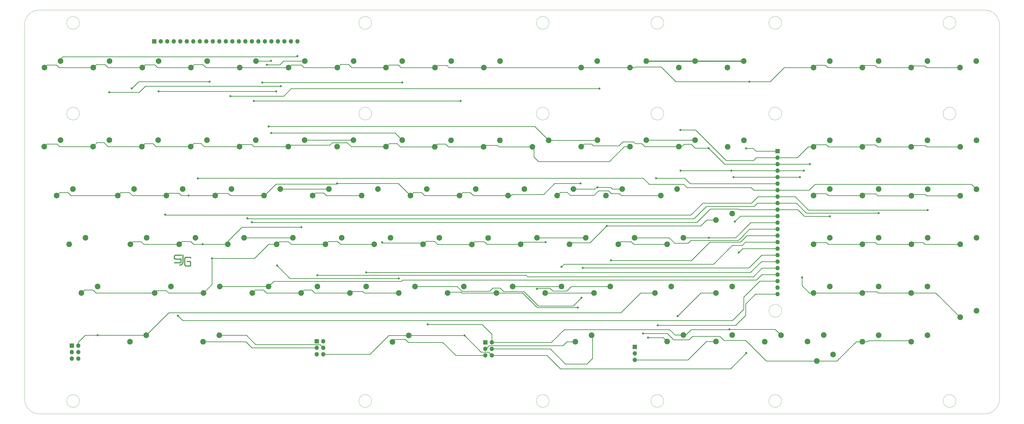
<source format=gtl>
G04 #@! TF.GenerationSoftware,KiCad,Pcbnew,(5.1.9)-1*
G04 #@! TF.CreationDate,2021-05-20T15:13:42-04:00*
G04 #@! TF.ProjectId,cbm2mx,63626d32-6d78-42e6-9b69-6361645f7063,rev?*
G04 #@! TF.SameCoordinates,Original*
G04 #@! TF.FileFunction,Copper,L1,Top*
G04 #@! TF.FilePolarity,Positive*
%FSLAX46Y46*%
G04 Gerber Fmt 4.6, Leading zero omitted, Abs format (unit mm)*
G04 Created by KiCad (PCBNEW (5.1.9)-1) date 2021-05-20 15:13:42*
%MOMM*%
%LPD*%
G01*
G04 APERTURE LIST*
G04 #@! TA.AperFunction,Profile*
%ADD10C,0.050000*%
G04 #@! TD*
G04 #@! TA.AperFunction,ComponentPad*
%ADD11C,2.200000*%
G04 #@! TD*
G04 #@! TA.AperFunction,ComponentPad*
%ADD12O,1.700000X1.700000*%
G04 #@! TD*
G04 #@! TA.AperFunction,ComponentPad*
%ADD13R,1.700000X1.700000*%
G04 #@! TD*
G04 #@! TA.AperFunction,ViaPad*
%ADD14C,0.800000*%
G04 #@! TD*
G04 #@! TA.AperFunction,Conductor*
%ADD15C,0.400000*%
G04 #@! TD*
G04 #@! TA.AperFunction,Conductor*
%ADD16C,0.250000*%
G04 #@! TD*
G04 APERTURE END LIST*
D10*
X370444400Y-164439600D02*
G75*
G03*
X370444400Y-164439600I-2500000J0D01*
G01*
X325702300Y-276783800D02*
G75*
G03*
X325702300Y-276783800I-2500000J0D01*
G01*
X484452300Y-164439600D02*
G75*
G03*
X484452300Y-164439600I-2500000J0D01*
G01*
X256436500Y-164439600D02*
G75*
G03*
X256436500Y-164439600I-2500000J0D01*
G01*
X142428600Y-164439600D02*
G75*
G03*
X142428600Y-164439600I-2500000J0D01*
G01*
X325689600Y-164439600D02*
G75*
G03*
X325689600Y-164439600I-2500000J0D01*
G01*
X501472200Y-275971000D02*
X501472200Y-129768600D01*
X120929400Y-275971000D02*
X120929400Y-130136900D01*
X126834900Y-281813000D02*
X126771400Y-281813000D01*
X495630200Y-281813000D02*
X126834900Y-281813000D01*
X126771400Y-123926600D02*
X495630200Y-123926600D01*
X256423800Y-128955800D02*
G75*
G03*
X256423800Y-128955800I-2500000J0D01*
G01*
X484439600Y-128955800D02*
G75*
G03*
X484439600Y-128955800I-2500000J0D01*
G01*
X370431700Y-128955800D02*
G75*
G03*
X370431700Y-128955800I-2500000J0D01*
G01*
X416481900Y-241503200D02*
G75*
G03*
X416481900Y-241503200I-2500000J0D01*
G01*
X120929400Y-130136900D02*
X120929400Y-129768600D01*
X370431700Y-276783800D02*
G75*
G03*
X370431700Y-276783800I-2500000J0D01*
G01*
X416418400Y-276783800D02*
G75*
G03*
X416418400Y-276783800I-2500000J0D01*
G01*
X142403200Y-128955800D02*
G75*
G03*
X142403200Y-128955800I-2500000J0D01*
G01*
X495630200Y-123926600D02*
G75*
G02*
X501472200Y-129768600I0J-5842000D01*
G01*
X325702300Y-128955800D02*
G75*
G03*
X325702300Y-128955800I-2500000J0D01*
G01*
X142428600Y-276783800D02*
G75*
G03*
X142428600Y-276783800I-2500000J0D01*
G01*
X416418400Y-164439600D02*
G75*
G03*
X416418400Y-164439600I-2500000J0D01*
G01*
X256423800Y-276783800D02*
G75*
G03*
X256423800Y-276783800I-2500000J0D01*
G01*
X484452300Y-276783800D02*
G75*
G03*
X484452300Y-276783800I-2500000J0D01*
G01*
X120929400Y-129768600D02*
G75*
G02*
X126771400Y-123926600I5842000J0D01*
G01*
X501472200Y-275971000D02*
G75*
G02*
X495630200Y-281813000I-5842000J0D01*
G01*
X416418400Y-128955800D02*
G75*
G03*
X416418400Y-128955800I-2500000J0D01*
G01*
X126771400Y-281813000D02*
G75*
G02*
X120929400Y-275971000I0J5842000D01*
G01*
D11*
X390791700Y-205994000D03*
X397141700Y-203454000D03*
X395363700Y-177380900D03*
X401713700Y-174840900D03*
X435254400Y-232016300D03*
X428904400Y-234556300D03*
X166890700Y-146418300D03*
X173240700Y-143878300D03*
X242963700Y-177342800D03*
X249313700Y-174802800D03*
X352704400Y-215506300D03*
X359054400Y-212966300D03*
X185915300Y-146418300D03*
X192265300Y-143878300D03*
X264528300Y-253682500D03*
X270878300Y-251142500D03*
D12*
X303314100Y-258953000D03*
X300774100Y-258953000D03*
X303314100Y-256413000D03*
X300774100Y-256413000D03*
X303314100Y-253873000D03*
D13*
X300774100Y-253873000D03*
D12*
X237553500Y-258508500D03*
X235013500Y-258508500D03*
X237553500Y-255968500D03*
X235013500Y-255968500D03*
X237553500Y-253428500D03*
D13*
X235013500Y-253428500D03*
D11*
X143129000Y-234581700D03*
X149479000Y-232041700D03*
X436524400Y-258635500D03*
X430174400Y-261175500D03*
X426504100Y-253542800D03*
X432854100Y-251002800D03*
D12*
X359117900Y-260705600D03*
X359117900Y-258165600D03*
D13*
X359117900Y-255625600D03*
D11*
X409816300Y-253580900D03*
X416166300Y-251040900D03*
X371741700Y-253555500D03*
X378091700Y-251015500D03*
X390804400Y-253555500D03*
X397154400Y-251015500D03*
X369277900Y-196481700D03*
X375627900Y-193941700D03*
X486092500Y-244055900D03*
X492442500Y-241515900D03*
X335915000Y-253619000D03*
X342265000Y-251079000D03*
X190665100Y-253644400D03*
X197015100Y-251104400D03*
X366991900Y-234569000D03*
X373341900Y-232029000D03*
X138430000Y-215480900D03*
X144780000Y-212940900D03*
D12*
X227444300Y-136156700D03*
X224904300Y-136156700D03*
X222364300Y-136156700D03*
X219824300Y-136156700D03*
X217284300Y-136156700D03*
X214744300Y-136156700D03*
X212204300Y-136156700D03*
X209664300Y-136156700D03*
X207124300Y-136156700D03*
X204584300Y-136156700D03*
X202044300Y-136156700D03*
X199504300Y-136156700D03*
X196964300Y-136156700D03*
X194424300Y-136156700D03*
X191884300Y-136156700D03*
X189344300Y-136156700D03*
X186804300Y-136156700D03*
X184264300Y-136156700D03*
X181724300Y-136156700D03*
X179184300Y-136156700D03*
X176644300Y-136156700D03*
X174104300Y-136156700D03*
D13*
X171564300Y-136156700D03*
D12*
X414845500Y-235013500D03*
X414845500Y-232473500D03*
X414845500Y-229933500D03*
X414845500Y-227393500D03*
X414845500Y-224853500D03*
X414845500Y-222313500D03*
X414845500Y-219773500D03*
X414845500Y-217233500D03*
X414845500Y-214693500D03*
X414845500Y-212153500D03*
X414845500Y-209613500D03*
X414845500Y-207073500D03*
X414845500Y-204533500D03*
X414845500Y-201993500D03*
X414845500Y-199453500D03*
X414845500Y-196913500D03*
X414845500Y-194373500D03*
X414845500Y-191833500D03*
X414845500Y-189293500D03*
X414845500Y-186753500D03*
X414845500Y-184213500D03*
X414845500Y-181673500D03*
D13*
X414845500Y-179133500D03*
D11*
X162077400Y-253606300D03*
X168427400Y-251066300D03*
X133464300Y-196481700D03*
X139814300Y-193941700D03*
X209829400Y-234556300D03*
X216179400Y-232016300D03*
X190766700Y-234569000D03*
X197116700Y-232029000D03*
X357276400Y-177368200D03*
X363626400Y-174828200D03*
X486079800Y-146418300D03*
X492429800Y-143878300D03*
X338251800Y-146418300D03*
X344436300Y-143878300D03*
X262051800Y-146418300D03*
X268401800Y-143878300D03*
X224002600Y-146418300D03*
X230352600Y-143878300D03*
X467029800Y-253606300D03*
X473379800Y-251066300D03*
X447967100Y-253619000D03*
X454317100Y-251079000D03*
X371754400Y-215544400D03*
X378104400Y-213004400D03*
X343204800Y-234594400D03*
X349554800Y-232054400D03*
X324142100Y-234569000D03*
X330492100Y-232029000D03*
X267004800Y-234581700D03*
X273354800Y-232041700D03*
X247942100Y-234581700D03*
X254292100Y-232041700D03*
X228879400Y-234569000D03*
X235229400Y-232029000D03*
X181292500Y-215531700D03*
X187642500Y-212991700D03*
X376326400Y-177368200D03*
X382676400Y-174828200D03*
X176352200Y-196481700D03*
X182702200Y-193941700D03*
X166763700Y-177317400D03*
X173113700Y-174777400D03*
X428917100Y-146418300D03*
X435267100Y-143878300D03*
D12*
X141947900Y-260235700D03*
X139407900Y-260235700D03*
X141947900Y-257695700D03*
X139407900Y-257695700D03*
X141947900Y-255155700D03*
D13*
X139407900Y-255155700D03*
D11*
X473379800Y-143878300D03*
X467029800Y-146418300D03*
X244779800Y-212991700D03*
X238429800Y-215531700D03*
X390791700Y-234556300D03*
X397141700Y-232016300D03*
X239750600Y-193941700D03*
X233400600Y-196481700D03*
X305092100Y-234581700D03*
X311442100Y-232041700D03*
X219379800Y-215544400D03*
X225729800Y-213004400D03*
X147815300Y-146418300D03*
X154165300Y-143878300D03*
X292404800Y-232041700D03*
X286054800Y-234581700D03*
X257429000Y-215531700D03*
X263779000Y-212991700D03*
X135013300Y-143878300D03*
X128752600Y-146418300D03*
X211315300Y-143878300D03*
X204965300Y-146418300D03*
X249389900Y-143878300D03*
X243039900Y-146418300D03*
X287464500Y-143878300D03*
X281114500Y-146418300D03*
X300189900Y-146418300D03*
X306539900Y-143878300D03*
X357238300Y-146405600D03*
X363588300Y-143865600D03*
X447979800Y-146418300D03*
X454329800Y-143878300D03*
X135013700Y-174764700D03*
X128663700Y-177304700D03*
X147713700Y-177304700D03*
X154063700Y-174764700D03*
X185801000Y-177330100D03*
X192151000Y-174790100D03*
X211201000Y-174802800D03*
X204851000Y-177342800D03*
X223901000Y-177355500D03*
X230251000Y-174815500D03*
X268376400Y-174828200D03*
X262026400Y-177368200D03*
X281089100Y-177380900D03*
X287439100Y-174840900D03*
X306489100Y-174840900D03*
X300139100Y-177380900D03*
X319176400Y-177380900D03*
X325526400Y-174840900D03*
X376275600Y-146392900D03*
X382625600Y-143852900D03*
X435229000Y-174879000D03*
X428879000Y-177419000D03*
X447903600Y-177419000D03*
X454253600Y-174879000D03*
X473379800Y-174879000D03*
X467029800Y-177419000D03*
X486092500Y-177393600D03*
X492442500Y-174853600D03*
X157327600Y-196481700D03*
X163677600Y-193941700D03*
X195414900Y-196481700D03*
X201764900Y-193941700D03*
X220789500Y-193941700D03*
X214439500Y-196481700D03*
X277914100Y-193941700D03*
X271564100Y-196481700D03*
X290753800Y-196481700D03*
X297103800Y-193941700D03*
X316064900Y-193941700D03*
X309714900Y-196481700D03*
X338226400Y-177368200D03*
X344576400Y-174828200D03*
X395312900Y-146418300D03*
X401662900Y-143878300D03*
X435229000Y-193941700D03*
X428879000Y-196481700D03*
X447954400Y-196469000D03*
X454304400Y-193929000D03*
X473417900Y-193967100D03*
X467067900Y-196507100D03*
X486105200Y-196507100D03*
X492455200Y-193967100D03*
X162255200Y-215506300D03*
X168605200Y-212966300D03*
X200329800Y-215531700D03*
X206679800Y-212991700D03*
X252488700Y-196481700D03*
X258838700Y-193941700D03*
X282829000Y-212979000D03*
X276479000Y-215519000D03*
X295529000Y-215557100D03*
X301879000Y-213017100D03*
X320941700Y-213004400D03*
X314591700Y-215544400D03*
X328790300Y-196481700D03*
X335140300Y-193941700D03*
X435267100Y-212953600D03*
X428917100Y-215493600D03*
X447967100Y-215493600D03*
X454317100Y-212953600D03*
X473405200Y-212991700D03*
X467055200Y-215531700D03*
X486105200Y-215531700D03*
X492455200Y-212991700D03*
X171716700Y-234569000D03*
X178066700Y-232029000D03*
X340004400Y-212991700D03*
X333654400Y-215531700D03*
X347853000Y-196481700D03*
X354203000Y-193941700D03*
X447967100Y-234530900D03*
X454317100Y-231990900D03*
X473354400Y-232003600D03*
X467004400Y-234543600D03*
D14*
X376923300Y-170840400D03*
X364261400Y-252031500D03*
X154063700Y-156108400D03*
X180835300Y-243459000D03*
X220967300Y-153746200D03*
X184975500Y-196481700D03*
X242951000Y-191744600D03*
X337972400Y-191757300D03*
X387870700Y-177888900D03*
X427469300Y-184188100D03*
X190449200Y-215531700D03*
X260489700Y-214718900D03*
X324307200Y-214706200D03*
X425094400Y-186740800D03*
X396786100Y-186753500D03*
X376948700Y-186766200D03*
X228955600Y-208864200D03*
X348221300Y-208330800D03*
X194132200Y-221030800D03*
X424383200Y-228447600D03*
X397675100Y-189306200D03*
X423557700Y-189306200D03*
X336867500Y-240220500D03*
X367430050Y-189706250D03*
X362356400Y-250405900D03*
X173240700Y-155714700D03*
X219176600Y-155778200D03*
X235267500Y-227634800D03*
X217119200Y-143814800D03*
X254279400Y-226555300D03*
X338785200Y-224701100D03*
X215569800Y-145351500D03*
X338289900Y-236435900D03*
X292620700Y-251142500D03*
X217246200Y-171970700D03*
X399707100Y-218694000D03*
X402678900Y-258025900D03*
X268401800Y-152285700D03*
X330530200Y-224320100D03*
X213766400Y-152285700D03*
X320967100Y-232956100D03*
X349821500Y-221792800D03*
X291096700Y-159448500D03*
X210477100Y-159448500D03*
X344563700Y-193230500D03*
X216192100Y-169443400D03*
X388035800Y-213004400D03*
X201307700Y-157581600D03*
X345351100Y-154635200D03*
X149517100Y-251066300D03*
X368096800Y-247192800D03*
X227444300Y-141922500D03*
X402564600Y-177977800D03*
X403860000Y-151892000D03*
X396049500Y-248818400D03*
X219494100Y-223837500D03*
X398195800Y-206654400D03*
X278231600Y-246799100D03*
X266979400Y-228866700D03*
X435229000Y-204571600D03*
X209715100Y-206857600D03*
X454317100Y-203327000D03*
X207924400Y-205359000D03*
X473417900Y-202095100D03*
X175856900Y-203911200D03*
X162788600Y-154559000D03*
X193179700Y-151917400D03*
X188607700Y-189750700D03*
X375805700Y-243624100D03*
D15*
X182156100Y-219786200D02*
X179832000Y-219786200D01*
X179832000Y-219786200D02*
X179412900Y-220205300D01*
X179412900Y-220205300D02*
X179412900Y-221043500D01*
X179412900Y-221043500D02*
X179679600Y-221310200D01*
X179679600Y-221310200D02*
X182054500Y-221310200D01*
X182054500Y-221310200D02*
X182041800Y-221322900D01*
X182041800Y-221322900D02*
X182041800Y-222542100D01*
X182041800Y-222542100D02*
X181851300Y-222732600D01*
X181851300Y-222732600D02*
X179463700Y-222732600D01*
X182791100Y-219748100D02*
X182791100Y-222796100D01*
X182791100Y-222796100D02*
X182067200Y-223520000D01*
X182067200Y-223520000D02*
X181533800Y-223520000D01*
X185305700Y-220560900D02*
X183756300Y-220560900D01*
X183756300Y-220560900D02*
X183451500Y-220865700D01*
X183451500Y-220865700D02*
X183451500Y-223558100D01*
X183451500Y-223558100D02*
X183845200Y-223951800D01*
X183845200Y-223951800D02*
X185559700Y-223951800D01*
X185559700Y-223951800D02*
X185750200Y-223761300D01*
X185750200Y-223761300D02*
X185750200Y-222377000D01*
X185750200Y-222377000D02*
X185534300Y-222161100D01*
X185534300Y-222161100D02*
X184353200Y-222161100D01*
X185305700Y-220560900D02*
X185547000Y-220560900D01*
X185547000Y-220560900D02*
X185775600Y-220789500D01*
D16*
X486092500Y-177393600D02*
X473087700Y-177393600D01*
X473087700Y-177393600D02*
X472617800Y-176923700D01*
X467525100Y-176923700D02*
X467029800Y-177419000D01*
X472617800Y-176923700D02*
X467525100Y-176923700D01*
X467029800Y-177419000D02*
X453847200Y-177419000D01*
X453847200Y-177419000D02*
X453110600Y-176682400D01*
X448640200Y-176682400D02*
X447903600Y-177419000D01*
X453110600Y-176682400D02*
X448640200Y-176682400D01*
X447903600Y-177419000D02*
X434733700Y-177419000D01*
X434733700Y-177419000D02*
X433882800Y-176568100D01*
X429729900Y-176568100D02*
X428879000Y-177419000D01*
X433882800Y-176568100D02*
X429729900Y-176568100D01*
X357276400Y-177368200D02*
X354990400Y-177368200D01*
X354990400Y-177368200D02*
X349211900Y-183146700D01*
X349211900Y-183146700D02*
X321513200Y-183146700D01*
X321513200Y-183146700D02*
X319760600Y-181394100D01*
X319760600Y-177965100D02*
X319176400Y-177380900D01*
X319760600Y-181394100D02*
X319760600Y-177965100D01*
X319176400Y-177380900D02*
X306070000Y-177380900D01*
X306070000Y-177380900D02*
X305536600Y-176847500D01*
X300672500Y-176847500D02*
X300139100Y-177380900D01*
X305536600Y-176847500D02*
X300672500Y-176847500D01*
X300139100Y-177380900D02*
X286372300Y-177380900D01*
X286372300Y-177380900D02*
X285318200Y-176326800D01*
X282143200Y-176326800D02*
X281089100Y-177380900D01*
X285318200Y-176326800D02*
X282143200Y-176326800D01*
X281089100Y-177380900D02*
X267614400Y-177380900D01*
X267614400Y-177380900D02*
X266382500Y-176149000D01*
X263245600Y-176149000D02*
X262026400Y-177368200D01*
X266382500Y-176149000D02*
X263245600Y-176149000D01*
X223901000Y-177355500D02*
X210464400Y-177355500D01*
X210464400Y-177355500D02*
X209588100Y-176479200D01*
X205714600Y-176479200D02*
X204851000Y-177342800D01*
X209588100Y-176479200D02*
X205714600Y-176479200D01*
X204851000Y-177342800D02*
X191096900Y-177342800D01*
X191096900Y-177342800D02*
X189839600Y-176085500D01*
X187045600Y-176085500D02*
X185801000Y-177330100D01*
X189839600Y-176085500D02*
X187045600Y-176085500D01*
X172288200Y-177330100D02*
X171119800Y-176161700D01*
X167919400Y-176161700D02*
X166763700Y-177317400D01*
X171119800Y-176161700D02*
X167919400Y-176161700D01*
X166763700Y-177317400D02*
X153492200Y-177317400D01*
X153492200Y-177317400D02*
X151930100Y-175755300D01*
X149263100Y-175755300D02*
X147713700Y-177304700D01*
X151930100Y-175755300D02*
X149263100Y-175755300D01*
X177761900Y-177330100D02*
X172288200Y-177330100D01*
X185801000Y-177330100D02*
X177761900Y-177330100D01*
X147713700Y-177304700D02*
X134607300Y-177304700D01*
X134607300Y-177304700D02*
X133654800Y-176352200D01*
X129616200Y-176352200D02*
X128663700Y-177304700D01*
X133654800Y-176352200D02*
X129616200Y-176352200D01*
X426808900Y-177419000D02*
X428879000Y-177419000D01*
X422554400Y-181673500D02*
X426808900Y-177419000D01*
X414845500Y-181673500D02*
X422554400Y-181673500D01*
X414845500Y-181673500D02*
X412572200Y-181673500D01*
X405434800Y-182765700D02*
X406527000Y-181673500D01*
X394792200Y-182765700D02*
X405434800Y-182765700D01*
X382866900Y-170840400D02*
X394792200Y-182765700D01*
X376923300Y-170840400D02*
X382866900Y-170840400D01*
X412572200Y-181673500D02*
X406527000Y-181673500D01*
X370217700Y-252031500D02*
X371741700Y-253555500D01*
X248488200Y-177368200D02*
X262026400Y-177368200D01*
X246888000Y-175768000D02*
X248488200Y-177368200D01*
X241058700Y-175768000D02*
X246888000Y-175768000D01*
X240118900Y-176707800D02*
X241058700Y-175768000D01*
X224548700Y-176707800D02*
X240118900Y-176707800D01*
X223901000Y-177355500D02*
X224548700Y-176707800D01*
X364261400Y-252031500D02*
X370217700Y-252031500D01*
X154076400Y-156095700D02*
X154063700Y-156108400D01*
X168084500Y-153746200D02*
X165735000Y-156095700D01*
X165735000Y-156095700D02*
X154076400Y-156095700D01*
X401586700Y-236207300D02*
X401586700Y-240919000D01*
X407860500Y-229933500D02*
X401586700Y-236207300D01*
X414845500Y-229933500D02*
X407860500Y-229933500D01*
X401586700Y-240919000D02*
X397192500Y-245313200D01*
X182651400Y-245275100D02*
X182651400Y-245313200D01*
X180835300Y-243459000D02*
X182651400Y-245275100D01*
X397192500Y-245313200D02*
X182651400Y-245313200D01*
X220967300Y-153746200D02*
X168084500Y-153746200D01*
X486105200Y-196507100D02*
X473011500Y-196507100D01*
X473011500Y-196507100D02*
X472516200Y-196011800D01*
X467563200Y-196011800D02*
X467067900Y-196507100D01*
X472516200Y-196011800D02*
X467563200Y-196011800D01*
X467067900Y-196507100D02*
X453847200Y-196507100D01*
X453847200Y-196507100D02*
X453148700Y-195808600D01*
X448614800Y-195808600D02*
X447954400Y-196469000D01*
X453148700Y-195808600D02*
X448614800Y-195808600D01*
X447954400Y-196469000D02*
X434632100Y-196469000D01*
X434632100Y-196469000D02*
X433870100Y-195707000D01*
X429653700Y-195707000D02*
X428879000Y-196481700D01*
X433870100Y-195707000D02*
X429653700Y-195707000D01*
X309714900Y-196481700D02*
X296164000Y-196481700D01*
X296164000Y-196481700D02*
X294919400Y-195237100D01*
X291998400Y-195237100D02*
X290753800Y-196481700D01*
X294919400Y-195237100D02*
X291998400Y-195237100D01*
X290753800Y-196481700D02*
X277050500Y-196481700D01*
X277050500Y-196481700D02*
X275856700Y-195287900D01*
X272757900Y-195287900D02*
X271564100Y-196481700D01*
X275856700Y-195287900D02*
X272757900Y-195287900D01*
X376326400Y-177368200D02*
X363054900Y-177368200D01*
X363054900Y-177368200D02*
X361797600Y-176110900D01*
X361797600Y-176110900D02*
X359295700Y-176110900D01*
X359295700Y-176110900D02*
X358686100Y-175501300D01*
X358686100Y-175501300D02*
X354444300Y-175501300D01*
X354444300Y-175501300D02*
X352945700Y-176999900D01*
X352945700Y-176999900D02*
X342976200Y-176999900D01*
X342976200Y-176999900D02*
X342303100Y-176326800D01*
X339267800Y-176326800D02*
X338226400Y-177368200D01*
X342303100Y-176326800D02*
X339267800Y-176326800D01*
X214439500Y-196481700D02*
X201345800Y-196481700D01*
X201345800Y-196481700D02*
X200444100Y-195580000D01*
X196316600Y-195580000D02*
X195414900Y-196481700D01*
X200444100Y-195580000D02*
X196316600Y-195580000D01*
X182143400Y-196481700D02*
X181229000Y-195567300D01*
X177266600Y-195567300D02*
X176352200Y-196481700D01*
X181229000Y-195567300D02*
X177266600Y-195567300D01*
X176352200Y-196481700D02*
X163093400Y-196481700D01*
X163093400Y-196481700D02*
X161874200Y-195262500D01*
X158546800Y-195262500D02*
X157327600Y-196481700D01*
X161874200Y-195262500D02*
X158546800Y-195262500D01*
X157327600Y-196481700D02*
X139090400Y-196481700D01*
X139090400Y-196481700D02*
X137858500Y-195249800D01*
X134696200Y-195249800D02*
X133464300Y-196481700D01*
X137858500Y-195249800D02*
X134696200Y-195249800D01*
X184975500Y-196481700D02*
X182143400Y-196481700D01*
X195414900Y-196481700D02*
X184975500Y-196481700D01*
X214439500Y-196481700D02*
X214591900Y-196481700D01*
X214591900Y-196481700D02*
X219125800Y-191947800D01*
X242747800Y-191947800D02*
X242951000Y-191744600D01*
X219125800Y-191947800D02*
X242747800Y-191947800D01*
X376326400Y-177368200D02*
X377367800Y-177368200D01*
X377367800Y-177368200D02*
X378320300Y-176415700D01*
X378320300Y-176415700D02*
X381177800Y-176415700D01*
X381177800Y-176415700D02*
X382651000Y-177888900D01*
X266827000Y-191744600D02*
X271564100Y-196481700D01*
X242951000Y-191744600D02*
X266827000Y-191744600D01*
X309714900Y-196481700D02*
X310832500Y-196481700D01*
X310832500Y-196481700D02*
X311277000Y-196037200D01*
X311277000Y-196037200D02*
X323545200Y-196037200D01*
X327825100Y-191757300D02*
X337972400Y-191757300D01*
X323545200Y-196037200D02*
X327825100Y-191757300D01*
X414845500Y-184213500D02*
X423545000Y-184213500D01*
X382651000Y-177888900D02*
X387870700Y-177888900D01*
X411810200Y-184213500D02*
X414845500Y-184213500D01*
X394195300Y-184213500D02*
X411810200Y-184213500D01*
X387870700Y-177888900D02*
X394195300Y-184213500D01*
X427443900Y-184213500D02*
X423545000Y-184213500D01*
X427469300Y-184188100D02*
X427443900Y-184213500D01*
X486105200Y-215531700D02*
X472313000Y-215531700D01*
X472313000Y-215531700D02*
X471639900Y-214858600D01*
X467728300Y-214858600D02*
X467055200Y-215531700D01*
X471639900Y-214858600D02*
X467728300Y-214858600D01*
X467055200Y-215531700D02*
X453656700Y-215531700D01*
X453656700Y-215531700D02*
X452996300Y-214871300D01*
X448589400Y-214871300D02*
X447967100Y-215493600D01*
X452996300Y-214871300D02*
X448589400Y-214871300D01*
X447967100Y-215493600D02*
X434632100Y-215493600D01*
X434632100Y-215493600D02*
X433946300Y-214807800D01*
X429602900Y-214807800D02*
X428917100Y-215493600D01*
X433946300Y-214807800D02*
X429602900Y-214807800D01*
X369277900Y-196481700D02*
X353872800Y-196481700D01*
X353872800Y-196481700D02*
X353098100Y-195707000D01*
X353098100Y-195707000D02*
X350012000Y-195707000D01*
X350012000Y-195707000D02*
X348881700Y-194576700D01*
X348881700Y-194576700D02*
X344970100Y-194576700D01*
X344970100Y-194576700D02*
X343154000Y-196392800D01*
X343154000Y-196392800D02*
X333946500Y-196392800D01*
X333946500Y-196392800D02*
X332740000Y-195186300D01*
X330085700Y-195186300D02*
X328790300Y-196481700D01*
X332740000Y-195186300D02*
X330085700Y-195186300D01*
X314591700Y-215544400D02*
X301396400Y-215544400D01*
X301396400Y-215544400D02*
X300367700Y-214515700D01*
X296570400Y-214515700D02*
X295529000Y-215557100D01*
X300367700Y-214515700D02*
X296570400Y-214515700D01*
X295529000Y-215557100D02*
X282194000Y-215557100D01*
X282194000Y-215557100D02*
X280949400Y-214312500D01*
X277685500Y-214312500D02*
X276479000Y-215519000D01*
X280949400Y-214312500D02*
X277685500Y-214312500D01*
X186944000Y-215531700D02*
X185801000Y-214388700D01*
X182435500Y-214388700D02*
X181292500Y-215531700D01*
X185801000Y-214388700D02*
X182435500Y-214388700D01*
X167513000Y-215531700D02*
X166458900Y-214477600D01*
X163283900Y-214477600D02*
X162255200Y-215506300D01*
X166458900Y-214477600D02*
X163283900Y-214477600D01*
X252488700Y-196481700D02*
X238760000Y-196481700D01*
X238760000Y-196481700D02*
X237744000Y-195465700D01*
X234416600Y-195465700D02*
X233400600Y-196481700D01*
X237744000Y-195465700D02*
X234416600Y-195465700D01*
X190449200Y-215531700D02*
X186944000Y-215531700D01*
X200329800Y-215531700D02*
X190449200Y-215531700D01*
X315429900Y-214706200D02*
X314591700Y-215544400D01*
X260489700Y-214718900D02*
X260743700Y-214972900D01*
X275932900Y-214972900D02*
X276479000Y-215519000D01*
X260743700Y-214972900D02*
X275932900Y-214972900D01*
X324307200Y-214706200D02*
X315429900Y-214706200D01*
X414845500Y-186753500D02*
X407631900Y-186753500D01*
X425094400Y-186740800D02*
X425081700Y-186753500D01*
X425081700Y-186753500D02*
X421741600Y-186753500D01*
X414845500Y-186753500D02*
X421741600Y-186753500D01*
X407631900Y-186753500D02*
X396786100Y-186753500D01*
X376961400Y-186753500D02*
X376948700Y-186766200D01*
X395363700Y-186753500D02*
X376961400Y-186753500D01*
X396786100Y-186753500D02*
X395363700Y-186753500D01*
X200329800Y-215531700D02*
X200329800Y-214325200D01*
X205790800Y-208864200D02*
X228955600Y-208864200D01*
X200329800Y-214325200D02*
X205790800Y-208864200D01*
X181292500Y-215531700D02*
X175882300Y-215531700D01*
X175882300Y-215531700D02*
X167513000Y-215531700D01*
X467004400Y-234543600D02*
X454139300Y-234543600D01*
X454139300Y-234543600D02*
X453631300Y-234035600D01*
X448462400Y-234035600D02*
X447967100Y-234530900D01*
X453631300Y-234035600D02*
X448462400Y-234035600D01*
X447967100Y-234530900D02*
X434454300Y-234530900D01*
X434428900Y-234556300D02*
X428904400Y-234556300D01*
X434454300Y-234530900D02*
X434428900Y-234556300D01*
X305092100Y-234581700D02*
X291579300Y-234581700D01*
X291579300Y-234581700D02*
X291261800Y-234264200D01*
X286372300Y-234264200D02*
X286054800Y-234581700D01*
X291261800Y-234264200D02*
X286372300Y-234264200D01*
X257429000Y-215531700D02*
X244195600Y-215531700D01*
X244195600Y-215531700D02*
X243116100Y-214452200D01*
X239509300Y-214452200D02*
X238429800Y-215531700D01*
X243116100Y-214452200D02*
X239509300Y-214452200D01*
X238429800Y-215531700D02*
X224980500Y-215531700D01*
X224980500Y-215531700D02*
X223939100Y-214490300D01*
X220433900Y-214490300D02*
X219379800Y-215544400D01*
X223939100Y-214490300D02*
X220433900Y-214490300D01*
X190766700Y-234569000D02*
X177215800Y-234569000D01*
X177215800Y-234569000D02*
X176314100Y-233667300D01*
X172618400Y-233667300D02*
X171716700Y-234569000D01*
X176314100Y-233667300D02*
X172618400Y-233667300D01*
X171716700Y-234569000D02*
X148882100Y-234569000D01*
X148882100Y-234569000D02*
X147726400Y-233413300D01*
X144297400Y-233413300D02*
X143129000Y-234581700D01*
X147726400Y-233413300D02*
X144297400Y-233413300D01*
X305092100Y-234581700D02*
X315341000Y-234581700D01*
X315341000Y-234581700D02*
X321030600Y-240271300D01*
X321030600Y-240271300D02*
X334772000Y-240271300D01*
X334225900Y-214960200D02*
X333654400Y-215531700D01*
X384848100Y-208330800D02*
X387184900Y-205994000D01*
X355180900Y-208330800D02*
X384848100Y-208330800D01*
X390791700Y-205994000D02*
X387184900Y-205994000D01*
X340131400Y-214960200D02*
X341591900Y-214960200D01*
X340131400Y-214960200D02*
X334225900Y-214960200D01*
X348221300Y-208330800D02*
X355180900Y-208330800D01*
X341591900Y-214960200D02*
X348221300Y-208330800D01*
X219379800Y-215544400D02*
X216230200Y-215544400D01*
X216230200Y-215544400D02*
X210743800Y-221030800D01*
X210743800Y-221030800D02*
X194132200Y-221030800D01*
X194132200Y-231203500D02*
X190766700Y-234569000D01*
X194132200Y-221030800D02*
X194132200Y-231203500D01*
X414845500Y-189293500D02*
X420979600Y-189293500D01*
X428904400Y-234556300D02*
X427228000Y-234556300D01*
X424383200Y-231711500D02*
X424383200Y-228447600D01*
X427228000Y-234556300D02*
X424383200Y-231711500D01*
X407377900Y-189306200D02*
X407390600Y-189293500D01*
X407390600Y-189293500D02*
X414845500Y-189293500D01*
X406577800Y-189306200D02*
X407377900Y-189306200D01*
X406577800Y-189306200D02*
X397675100Y-189306200D01*
X423545000Y-189293500D02*
X420979600Y-189293500D01*
X423557700Y-189306200D02*
X423545000Y-189293500D01*
X476580200Y-234543600D02*
X486092500Y-244055900D01*
X467004400Y-234543600D02*
X476580200Y-234543600D01*
X336816700Y-240271300D02*
X336867500Y-240220500D01*
X334772000Y-240271300D02*
X336816700Y-240271300D01*
X447967100Y-253619000D02*
X449846700Y-253619000D01*
X449846700Y-253619000D02*
X450265800Y-253199900D01*
X466623400Y-253199900D02*
X467029800Y-253606300D01*
X450265800Y-253199900D02*
X466623400Y-253199900D01*
X267004800Y-234581700D02*
X253542800Y-234581700D01*
X253542800Y-234581700D02*
X252945900Y-233984800D01*
X248539000Y-233984800D02*
X247942100Y-234581700D01*
X252945900Y-233984800D02*
X248539000Y-233984800D01*
X371754400Y-215544400D02*
X358711500Y-215544400D01*
X358711500Y-215544400D02*
X357695500Y-214528400D01*
X353682300Y-214528400D02*
X352704400Y-215506300D01*
X357695500Y-214528400D02*
X353682300Y-214528400D01*
X247942100Y-234581700D02*
X234264200Y-234581700D01*
X234264200Y-234581700D02*
X233083100Y-233400600D01*
X230047800Y-233400600D02*
X228879400Y-234569000D01*
X233083100Y-233400600D02*
X230047800Y-233400600D01*
X228879400Y-234569000D02*
X215392000Y-234569000D01*
X215392000Y-234569000D02*
X214210900Y-233387900D01*
X210997800Y-233387900D02*
X209829400Y-234556300D01*
X214210900Y-233387900D02*
X210997800Y-233387900D01*
X264528300Y-253682500D02*
X264528300Y-253339600D01*
X400024600Y-253098300D02*
X393903200Y-253098300D01*
X393903200Y-253098300D02*
X392341100Y-251536200D01*
X392341100Y-251536200D02*
X381609600Y-251536200D01*
X381609600Y-251536200D02*
X380263400Y-252882400D01*
X380263400Y-252882400D02*
X374269000Y-252882400D01*
X374269000Y-252882400D02*
X371792500Y-250405900D01*
X324167500Y-234594400D02*
X324142100Y-234569000D01*
X343204800Y-234594400D02*
X324167500Y-234594400D01*
X269582900Y-252717300D02*
X270700500Y-253834900D01*
X265341100Y-252717300D02*
X269582900Y-252717300D01*
X264528300Y-253530100D02*
X265341100Y-252717300D01*
X264528300Y-253682500D02*
X264528300Y-253530100D01*
X445541400Y-253619000D02*
X437984900Y-261175500D01*
X447967100Y-253619000D02*
X445541400Y-253619000D01*
X430174400Y-261175500D02*
X437984900Y-261175500D01*
X400024600Y-253098300D02*
X402374100Y-253098300D01*
X410451300Y-261175500D02*
X430174400Y-261175500D01*
X402374100Y-253098300D02*
X410451300Y-261175500D01*
X289255200Y-258953000D02*
X284137100Y-253834900D01*
X300774100Y-258953000D02*
X289255200Y-258953000D01*
X270700500Y-253834900D02*
X284137100Y-253834900D01*
X378618750Y-189706250D02*
X367430050Y-189706250D01*
X380746000Y-191833500D02*
X378618750Y-189706250D01*
X414845500Y-191833500D02*
X380746000Y-191833500D01*
X371792500Y-250405900D02*
X362356400Y-250405900D01*
X197129400Y-232016300D02*
X197116700Y-232029000D01*
X216179400Y-232016300D02*
X197129400Y-232016300D01*
X173304200Y-155778200D02*
X173240700Y-155714700D01*
X414845500Y-227393500D02*
X408736800Y-227393500D01*
X408736800Y-227393500D02*
X406654000Y-229476300D01*
X406654000Y-229476300D02*
X268541500Y-229476300D01*
X268541500Y-229476300D02*
X268046200Y-229971600D01*
X218224100Y-229971600D02*
X216179400Y-232016300D01*
X268046200Y-229971600D02*
X218224100Y-229971600D01*
X219176600Y-155778200D02*
X173304200Y-155778200D01*
X206692500Y-213004400D02*
X206679800Y-212991700D01*
X225729800Y-213004400D02*
X206692500Y-213004400D01*
X316750700Y-227634800D02*
X235267500Y-227634800D01*
X317315850Y-228199950D02*
X316750700Y-227634800D01*
X405415750Y-228199950D02*
X317315850Y-228199950D01*
X408762200Y-224853500D02*
X405415750Y-228199950D01*
X414845500Y-224853500D02*
X408762200Y-224853500D01*
X239750600Y-193941700D02*
X220789500Y-193941700D01*
X217043000Y-143891000D02*
X211315300Y-143891000D01*
X217119200Y-143814800D02*
X217043000Y-143891000D01*
X404291800Y-226555300D02*
X254279400Y-226555300D01*
X408533600Y-222313500D02*
X404291800Y-226555300D01*
X414845500Y-222313500D02*
X408533600Y-222313500D01*
X230263700Y-174802800D02*
X230251000Y-174815500D01*
X249313700Y-174802800D02*
X230263700Y-174802800D01*
X273354800Y-232041700D02*
X289877500Y-232041700D01*
X289877500Y-232041700D02*
X291680900Y-233845100D01*
X291680900Y-233845100D02*
X302374300Y-233845100D01*
X302374300Y-233845100D02*
X303631600Y-232587800D01*
X303631600Y-232587800D02*
X306514500Y-232587800D01*
X306514500Y-232587800D02*
X307860700Y-233934000D01*
X307860700Y-233934000D02*
X315823600Y-233934000D01*
X315823600Y-233934000D02*
X321513200Y-239623600D01*
X321513200Y-239623600D02*
X333527400Y-239623600D01*
X338836000Y-224751900D02*
X338785200Y-224701100D01*
X408622500Y-219773500D02*
X405866600Y-222529400D01*
X414845500Y-219773500D02*
X408622500Y-219773500D01*
X406082500Y-222313500D02*
X405866600Y-222529400D01*
X405866600Y-222529400D02*
X403644100Y-224751900D01*
X403644100Y-224751900D02*
X338836000Y-224751900D01*
X220624400Y-145351500D02*
X222084900Y-143891000D01*
X215569800Y-145351500D02*
X220624400Y-145351500D01*
X230352600Y-143891000D02*
X222084900Y-143891000D01*
X335102200Y-239623600D02*
X338289900Y-236435900D01*
X333527400Y-239623600D02*
X335102200Y-239623600D01*
X303314100Y-258953000D02*
X324840600Y-258953000D01*
X270878300Y-251142500D02*
X263080500Y-251142500D01*
X255714500Y-258508500D02*
X255320800Y-258508500D01*
X263080500Y-251142500D02*
X255714500Y-258508500D01*
X237553500Y-258508500D02*
X255320800Y-258508500D01*
X270878300Y-251142500D02*
X292620700Y-251142500D01*
X292620700Y-251142500D02*
X299135800Y-257657600D01*
X302018700Y-257657600D02*
X303314100Y-258953000D01*
X299135800Y-257657600D02*
X302018700Y-257657600D01*
X330073000Y-264185400D02*
X396519400Y-264185400D01*
X324840600Y-258953000D02*
X330073000Y-264185400D01*
X265557000Y-172008800D02*
X268376400Y-174828200D01*
X217284300Y-172008800D02*
X265557000Y-172008800D01*
X217246200Y-171970700D02*
X217284300Y-172008800D01*
X401167600Y-217233500D02*
X399707100Y-218694000D01*
X414845500Y-217233500D02*
X401167600Y-217233500D01*
X396519400Y-264185400D02*
X402678900Y-258025900D01*
X330492100Y-232029000D02*
X310388000Y-232029000D01*
X310400700Y-232041700D02*
X311442100Y-232041700D01*
X310388000Y-232029000D02*
X310400700Y-232041700D01*
X214807800Y-152285700D02*
X268401800Y-152285700D01*
X214807800Y-152285700D02*
X213766400Y-152285700D01*
X331577950Y-223272350D02*
X330530200Y-224320100D01*
X389858250Y-223272350D02*
X331577950Y-223272350D01*
X395897100Y-217233500D02*
X389858250Y-223272350D01*
X414845500Y-214693500D02*
X402297900Y-214693500D01*
X402297900Y-214693500D02*
X401091400Y-215900000D01*
X401091400Y-215900000D02*
X397217900Y-215900000D01*
X395897100Y-217220800D02*
X395897100Y-217233500D01*
X397217900Y-215900000D02*
X395897100Y-217220800D01*
X339991700Y-213004400D02*
X340004400Y-212991700D01*
X320941700Y-213004400D02*
X339991700Y-213004400D01*
X349554800Y-232054400D02*
X334289400Y-232054400D01*
X334289400Y-232054400D02*
X332549500Y-233794300D01*
X332549500Y-233794300D02*
X330149200Y-233794300D01*
X330149200Y-233794300D02*
X327088500Y-233794300D01*
X327088500Y-233794300D02*
X326009000Y-232714800D01*
X321208400Y-232714800D02*
X320967100Y-232956100D01*
X326009000Y-232714800D02*
X321208400Y-232714800D01*
X388442200Y-214642700D02*
X381228600Y-221856300D01*
X349885000Y-221856300D02*
X349821500Y-221792800D01*
X381228600Y-221856300D02*
X349885000Y-221856300D01*
X414845500Y-212153500D02*
X402882100Y-212153500D01*
X400392900Y-214642700D02*
X400380200Y-214642700D01*
X402882100Y-212153500D02*
X400392900Y-214642700D01*
X400380200Y-214642700D02*
X388442200Y-214642700D01*
X291096700Y-159448500D02*
X210477100Y-159448500D01*
X335140300Y-193941700D02*
X343496900Y-193941700D01*
X343496900Y-193941700D02*
X344208100Y-193230500D01*
X350354900Y-193941700D02*
X354203000Y-193941700D01*
X349643700Y-193230500D02*
X350354900Y-193941700D01*
X344563700Y-174840900D02*
X344576400Y-174828200D01*
X325526400Y-174840900D02*
X344563700Y-174840900D01*
X344563700Y-193230500D02*
X349643700Y-193230500D01*
X344208100Y-193230500D02*
X344563700Y-193230500D01*
X401472400Y-212090000D02*
X399605500Y-213956900D01*
X399605500Y-213956900D02*
X381088900Y-213956900D01*
X381088900Y-213956900D02*
X379933200Y-215112600D01*
X379933200Y-215112600D02*
X374662700Y-215112600D01*
X372516400Y-212966300D02*
X359054400Y-212966300D01*
X374662700Y-215112600D02*
X372516400Y-212966300D01*
X320128900Y-169443400D02*
X325526400Y-174840900D01*
X403948900Y-209613500D02*
X401472400Y-212090000D01*
X414845500Y-209613500D02*
X403948900Y-209613500D01*
X216192100Y-169443400D02*
X320128900Y-169443400D01*
X382676400Y-174828200D02*
X363626400Y-174828200D01*
X398411700Y-213004400D02*
X400824700Y-210591400D01*
X397611600Y-213004400D02*
X398411700Y-213004400D01*
X395084300Y-213004400D02*
X397611600Y-213004400D01*
X388035800Y-213004400D02*
X378104400Y-213004400D01*
X395084300Y-213004400D02*
X388035800Y-213004400D01*
X414845500Y-207073500D02*
X404342600Y-207073500D01*
X401637500Y-209778600D02*
X400824700Y-210591400D01*
X404342600Y-207073500D02*
X401637500Y-209778600D01*
X401802600Y-209613500D02*
X401637500Y-209778600D01*
X344029500Y-154635200D02*
X344004500Y-154660200D01*
X345351100Y-154635200D02*
X344029500Y-154635200D01*
X344004500Y-154660200D02*
X227076400Y-154660200D01*
X344436300Y-154660200D02*
X344004500Y-154660200D01*
X201307700Y-157581600D02*
X222097600Y-157581600D01*
X225019000Y-154660200D02*
X227076400Y-154660200D01*
X222097600Y-157581600D02*
X225019000Y-154660200D01*
X149517100Y-251066300D02*
X168427400Y-251066300D01*
X366991900Y-234569000D02*
X361391200Y-234569000D01*
X361391200Y-234569000D02*
X353707700Y-242252500D01*
X177241200Y-242252500D02*
X168427400Y-251066300D01*
X353707700Y-242252500D02*
X177241200Y-242252500D01*
X135013300Y-143891000D02*
X135013300Y-143129400D01*
X135013300Y-143129400D02*
X135978900Y-142163800D01*
X135978900Y-142163800D02*
X212191600Y-142163800D01*
X368096800Y-247192800D02*
X398500600Y-247192800D01*
X398500600Y-247192800D02*
X398500600Y-247180100D01*
X212191600Y-142163800D02*
X227203000Y-142163800D01*
X227203000Y-142163800D02*
X227444300Y-141922500D01*
X414845500Y-235013500D02*
X406209500Y-235013500D01*
X402380450Y-238842550D02*
X402380450Y-243300250D01*
X406209500Y-235013500D02*
X402380450Y-238842550D01*
X398500600Y-247180100D02*
X402380450Y-243300250D01*
X141947900Y-255155700D02*
X141947900Y-253771400D01*
X144653000Y-251066300D02*
X149517100Y-251066300D01*
X141947900Y-253771400D02*
X144653000Y-251066300D01*
X486079800Y-146418300D02*
X472897200Y-146418300D01*
X472897200Y-146418300D02*
X472198700Y-145719800D01*
X467728300Y-145719800D02*
X467029800Y-146418300D01*
X472198700Y-145719800D02*
X467728300Y-145719800D01*
X467029800Y-146418300D02*
X453771000Y-146418300D01*
X453771000Y-146418300D02*
X452932800Y-145580100D01*
X448818000Y-145580100D02*
X447979800Y-146418300D01*
X452932800Y-145580100D02*
X448818000Y-145580100D01*
X447979800Y-146418300D02*
X434403500Y-146418300D01*
X434403500Y-146418300D02*
X433476400Y-145491200D01*
X429844200Y-145491200D02*
X428917100Y-146418300D01*
X433476400Y-145491200D02*
X429844200Y-145491200D01*
X166890700Y-146431000D02*
X153555700Y-146431000D01*
X153555700Y-146431000D02*
X152349200Y-145224500D01*
X149021800Y-145224500D02*
X147815300Y-146431000D01*
X152349200Y-145224500D02*
X149021800Y-145224500D01*
X147815300Y-146431000D02*
X134391400Y-146431000D01*
X134391400Y-146431000D02*
X133362700Y-145402300D01*
X129781300Y-145402300D02*
X128752600Y-146431000D01*
X133362700Y-145402300D02*
X129781300Y-145402300D01*
X300189900Y-146431000D02*
X286588200Y-146431000D01*
X286588200Y-146431000D02*
X285775400Y-145618200D01*
X281927300Y-145618200D02*
X281114500Y-146431000D01*
X285775400Y-145618200D02*
X281927300Y-145618200D01*
X281114500Y-146431000D02*
X267843000Y-146431000D01*
X267843000Y-146431000D02*
X266801600Y-145389600D01*
X263093200Y-145389600D02*
X262051800Y-146431000D01*
X266801600Y-145389600D02*
X263093200Y-145389600D01*
X262051800Y-146431000D02*
X248627900Y-146431000D01*
X248627900Y-146431000D02*
X247383300Y-145186400D01*
X244284500Y-145186400D02*
X243039900Y-146431000D01*
X247383300Y-145186400D02*
X244284500Y-145186400D01*
X243039900Y-146431000D02*
X230022400Y-146431000D01*
X230022400Y-146431000D02*
X228993700Y-145402300D01*
X225031300Y-145402300D02*
X224002600Y-146431000D01*
X228993700Y-145402300D02*
X225031300Y-145402300D01*
X204965300Y-146431000D02*
X191770000Y-146431000D01*
X191770000Y-146431000D02*
X190538100Y-145199100D01*
X187147200Y-145199100D02*
X185915300Y-146431000D01*
X190538100Y-145199100D02*
X187147200Y-145199100D01*
X185915300Y-146431000D02*
X172897800Y-146431000D01*
X172897800Y-146431000D02*
X171792900Y-145326100D01*
X167995600Y-145326100D02*
X166890700Y-146431000D01*
X171792900Y-145326100D02*
X167995600Y-145326100D01*
X428917100Y-146202400D02*
X428917100Y-146418300D01*
X428574200Y-146545300D02*
X428917100Y-146202400D01*
X300189900Y-146431000D02*
X338251800Y-146431000D01*
X338251800Y-146431000D02*
X357873300Y-146431000D01*
X210197700Y-146431000D02*
X204965300Y-146431000D01*
X224002600Y-146431000D02*
X210197700Y-146431000D01*
X357873300Y-146431000D02*
X359054400Y-146431000D01*
X359054400Y-146431000D02*
X359346500Y-146138900D01*
X369404900Y-146138900D02*
X375158000Y-151892000D01*
X359346500Y-146138900D02*
X369404900Y-146138900D01*
X417423600Y-146418300D02*
X411949900Y-151892000D01*
X428917100Y-146418300D02*
X417423600Y-146418300D01*
X406425400Y-151892000D02*
X411949900Y-151892000D01*
X387032500Y-253555500D02*
X379882400Y-260705600D01*
X390804400Y-253555500D02*
X387032500Y-253555500D01*
X359117900Y-260705600D02*
X379882400Y-260705600D01*
X403860000Y-151892000D02*
X406425400Y-151892000D01*
X375158000Y-151892000D02*
X403860000Y-151892000D01*
X405282400Y-177977800D02*
X402564600Y-177977800D01*
X406438100Y-179133500D02*
X405282400Y-177977800D01*
X414845500Y-179133500D02*
X406438100Y-179133500D01*
X303314100Y-253873000D02*
X326567800Y-253873000D01*
X326567800Y-253873000D02*
X331597000Y-248843800D01*
X396024100Y-248843800D02*
X396049500Y-248818400D01*
X413943800Y-248818400D02*
X416166300Y-251040900D01*
X396049500Y-248818400D02*
X413943800Y-248818400D01*
X224523300Y-228866700D02*
X219494100Y-223837500D01*
X226110800Y-228866700D02*
X224523300Y-228866700D01*
X378993400Y-251015500D02*
X381165100Y-248843800D01*
X381165100Y-248843800D02*
X396024100Y-248843800D01*
X378091700Y-251015500D02*
X378993400Y-251015500D01*
X374865900Y-251015500D02*
X372694200Y-248843800D01*
X378091700Y-251015500D02*
X374865900Y-251015500D01*
X331597000Y-248843800D02*
X372694200Y-248843800D01*
X303314100Y-253873000D02*
X303314100Y-250609100D01*
X303314100Y-250609100D02*
X299504100Y-246799100D01*
X299504100Y-246799100D02*
X278231600Y-246799100D01*
X226110800Y-228866700D02*
X266979400Y-228866700D01*
X400316700Y-204533500D02*
X398195800Y-206654400D01*
X414845500Y-204533500D02*
X400316700Y-204533500D01*
D15*
X382651000Y-143878300D02*
X382625600Y-143852900D01*
X401662900Y-143878300D02*
X382651000Y-143878300D01*
X363601000Y-143852900D02*
X363588300Y-143865600D01*
X382625600Y-143852900D02*
X363601000Y-143852900D01*
D16*
X435190900Y-204533500D02*
X435229000Y-204571600D01*
X383349500Y-206959200D02*
X209816700Y-206959200D01*
X388594600Y-201714100D02*
X383349500Y-206959200D01*
X209816700Y-206959200D02*
X209715100Y-206857600D01*
X399389600Y-201714100D02*
X388594600Y-201714100D01*
X399669000Y-201993500D02*
X399389600Y-201714100D01*
X414845500Y-201993500D02*
X399669000Y-201993500D01*
X414845500Y-201993500D02*
X422719500Y-201993500D01*
X425297600Y-204571600D02*
X435229000Y-204571600D01*
X422719500Y-201993500D02*
X425297600Y-204571600D01*
X208051400Y-205486000D02*
X207924400Y-205359000D01*
X382257300Y-205486000D02*
X208051400Y-205486000D01*
X386956300Y-200787000D02*
X382257300Y-205486000D01*
X386956300Y-200698100D02*
X386956300Y-200787000D01*
X400710400Y-200698100D02*
X386956300Y-200698100D01*
X414845500Y-199453500D02*
X406958800Y-199453500D01*
X405714200Y-200698100D02*
X400710400Y-200698100D01*
X406958800Y-199453500D02*
X405714200Y-200698100D01*
X454304400Y-203314300D02*
X454317100Y-203327000D01*
X426021500Y-203314300D02*
X454304400Y-203314300D01*
X422160700Y-199453500D02*
X426021500Y-203314300D01*
X414845500Y-199453500D02*
X422160700Y-199453500D01*
X176034700Y-204089000D02*
X175856900Y-203911200D01*
X385584700Y-199504300D02*
X381000000Y-204089000D01*
X381000000Y-204089000D02*
X176034700Y-204089000D01*
X162788600Y-154559000D02*
X162839400Y-154559000D01*
X162839400Y-154559000D02*
X165481000Y-151917400D01*
X414845500Y-196913500D02*
X407250900Y-196913500D01*
X407250900Y-196913500D02*
X404710900Y-199453500D01*
X385635500Y-199453500D02*
X385584700Y-199504300D01*
X404710900Y-199453500D02*
X385635500Y-199453500D01*
X426872400Y-202095100D02*
X473417900Y-202095100D01*
X421690800Y-196913500D02*
X426872400Y-202095100D01*
X414845500Y-196913500D02*
X421690800Y-196913500D01*
X165481000Y-151917400D02*
X193179700Y-151917400D01*
X429501300Y-192036700D02*
X490524800Y-192036700D01*
X490524800Y-192036700D02*
X492455200Y-193967100D01*
X197015100Y-251104400D02*
X207581500Y-251104400D01*
X207581500Y-251104400D02*
X211162900Y-254685800D01*
X236270800Y-254685800D02*
X237553500Y-255968500D01*
X211162900Y-254685800D02*
X236270800Y-254685800D01*
X303314100Y-256413000D02*
X326148700Y-256413000D01*
X326148700Y-256413000D02*
X332028800Y-262293100D01*
X332028800Y-262293100D02*
X340410800Y-262293100D01*
X340410800Y-262293100D02*
X342607900Y-260096000D01*
X342607900Y-251421900D02*
X342265000Y-251079000D01*
X342607900Y-260096000D02*
X342607900Y-251421900D01*
X300774100Y-256413000D02*
X301002700Y-256413000D01*
X301002700Y-256413000D02*
X302285400Y-255130300D01*
X302285400Y-255130300D02*
X331101700Y-255130300D01*
X332613000Y-253619000D02*
X335915000Y-253619000D01*
X331101700Y-255130300D02*
X332613000Y-253619000D01*
X427164500Y-194373500D02*
X427399450Y-194138550D01*
X414845500Y-194373500D02*
X427164500Y-194373500D01*
X427399450Y-194138550D02*
X429501300Y-192036700D01*
X405561800Y-194373500D02*
X414845500Y-194373500D01*
X404545800Y-193357500D02*
X405561800Y-194373500D01*
X379526800Y-193357500D02*
X404545800Y-193357500D01*
X378193300Y-192024000D02*
X379526800Y-193357500D01*
X364693200Y-192024000D02*
X378193300Y-192024000D01*
X362394500Y-189725300D02*
X364693200Y-192024000D01*
X188633100Y-189725300D02*
X362394500Y-189725300D01*
X188607700Y-189750700D02*
X188633100Y-189725300D01*
X209664300Y-255968500D02*
X235013500Y-255968500D01*
X207340200Y-253644400D02*
X209664300Y-255968500D01*
X190665100Y-253644400D02*
X207340200Y-253644400D01*
X384873500Y-234556300D02*
X375805700Y-243624100D01*
X390791700Y-234556300D02*
X384873500Y-234556300D01*
M02*

</source>
